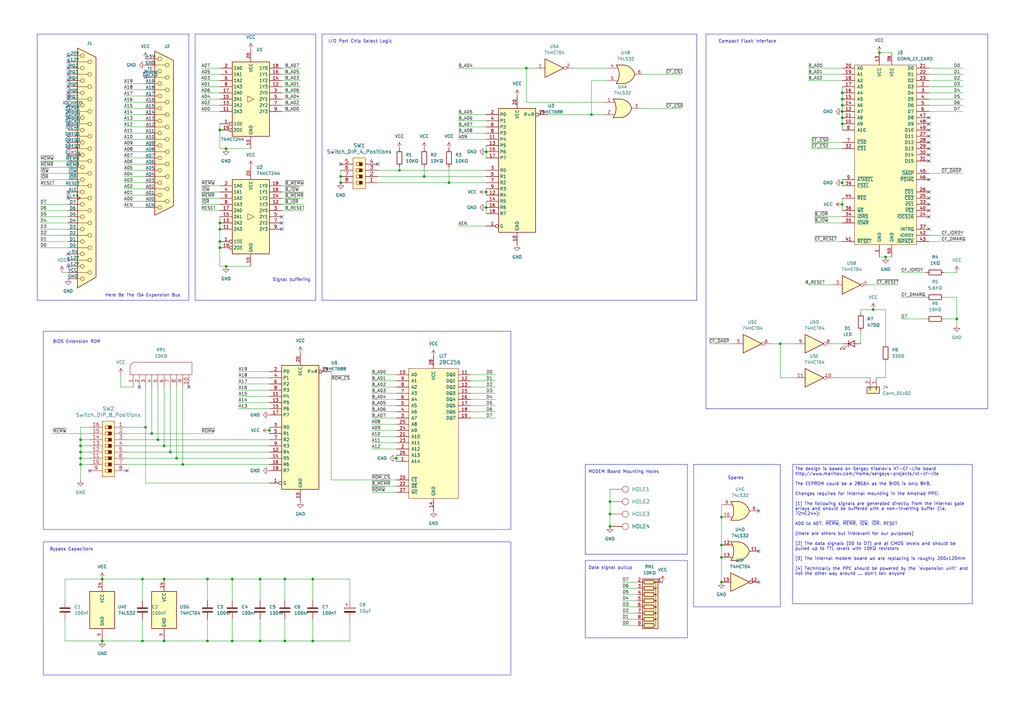
<source format=kicad_sch>
(kicad_sch (version 20230121) (generator eeschema)
  (paper "A3")
  (title_block (title "XT-CF-Lite for the Amstrad PPC") (date "2023-08-23") (rev "ALPHA") (company "Brett Hallen") (comment 1 "Drawn from scratch:") (comment 3 "http://www.malinov.com/Home/sergeys-projects/xt-cf-lite") (comment 4 "Heavily based on Sergey Kiselev's XT-CF-Lite"))
  (junction (at 41.91 262.89))
  (junction (at 345.44 50.8))
  (junction (at 90.17 91.44))
  (junction (at 106.68 262.89))
  (junction (at 116.84 262.89))
  (junction (at 128.27 262.89))
  (junction (at 33.02 190.5))
  (junction (at 92.71 60.96))
  (junction (at 345.44 48.26))
  (junction (at 67.31 237.49))
  (junction (at 345.44 43.18))
  (junction (at 92.71 109.22))
  (junction (at 184.15 74.93))
  (junction (at 139.7 72.39))
  (junction (at 358.14 127))
  (junction (at 67.31 262.89))
  (junction (at 215.9 27.94))
  (junction (at 295.91 223.52))
  (junction (at 295.91 228.6))
  (junction (at 90.17 53.34))
  (junction (at 250.19 215.9))
  (junction (at 345.44 40.64))
  (junction (at 95.25 262.89))
  (junction (at 363.22 105.41))
  (junction (at 295.91 238.76))
  (junction (at 59.69 175.26))
  (junction (at 250.19 205.74))
  (junction (at 199.39 78.74))
  (junction (at 173.99 72.39))
  (junction (at 90.17 93.98))
  (junction (at 199.39 85.09))
  (junction (at 67.31 182.88))
  (junction (at 250.19 210.82))
  (junction (at 95.25 237.49))
  (junction (at 199.39 62.23))
  (junction (at 33.02 180.34))
  (junction (at 110.49 176.53))
  (junction (at 74.93 190.5))
  (junction (at 85.09 237.49))
  (junction (at 345.44 45.72))
  (junction (at 345.44 74.93))
  (junction (at 33.02 185.42))
  (junction (at 58.42 262.89))
  (junction (at 90.17 101.6))
  (junction (at 90.17 99.06))
  (junction (at 360.68 21.59))
  (junction (at 345.44 38.1))
  (junction (at 242.57 46.99))
  (junction (at 392.43 130.81))
  (junction (at 163.83 69.85))
  (junction (at 62.23 177.8))
  (junction (at 320.04 140.97))
  (junction (at 295.91 212.09))
  (junction (at 85.09 262.89))
  (junction (at 72.39 187.96))
  (junction (at 139.7 74.93))
  (junction (at 58.42 237.49))
  (junction (at 128.27 237.49))
  (junction (at 64.77 180.34))
  (junction (at 162.56 187.96))
  (junction (at 41.91 237.49))
  (junction (at 345.44 83.82))
  (junction (at 106.68 237.49))
  (junction (at 33.02 182.88))
  (junction (at 69.85 185.42))
  (junction (at 116.84 237.49))
  (junction (at 33.02 187.96))
  (no_connect (at 381 86.36))
  (no_connect (at 27.94 43.18))
  (no_connect (at 381 78.74))
  (no_connect (at 27.94 40.64))
  (no_connect (at 27.94 81.28))
  (no_connect (at 59.69 29.21))
  (no_connect (at 154.94 67.31))
  (no_connect (at 52.07 193.04))
  (no_connect (at 115.57 88.9))
  (no_connect (at 311.15 209.55))
  (no_connect (at 381 55.88))
  (no_connect (at 27.94 50.8))
  (no_connect (at 57.15 158.75))
  (no_connect (at 27.94 104.14))
  (no_connect (at 27.94 63.5))
  (no_connect (at 381 58.42))
  (no_connect (at 381 48.26))
  (no_connect (at 311.15 226.06))
  (no_connect (at 381 66.04))
  (no_connect (at 27.94 106.68))
  (no_connect (at 311.15 238.76))
  (no_connect (at 115.57 93.98))
  (no_connect (at 27.94 45.72))
  (no_connect (at 36.83 193.04))
  (no_connect (at 27.94 48.26))
  (no_connect (at 27.94 60.96))
  (no_connect (at 381 73.66))
  (no_connect (at 27.94 22.86))
  (no_connect (at 27.94 30.48))
  (no_connect (at 381 60.96))
  (no_connect (at 59.69 31.75))
  (no_connect (at 77.47 158.75))
  (no_connect (at 381 88.9))
  (no_connect (at 27.94 33.02))
  (no_connect (at 27.94 109.22))
  (no_connect (at 27.94 39.37))
  (no_connect (at 381 93.98))
  (no_connect (at 27.94 78.74))
  (no_connect (at 381 83.82))
  (no_connect (at 27.94 55.88))
  (no_connect (at 381 53.34))
  (no_connect (at 115.57 91.44))
  (no_connect (at 27.94 35.56))
  (no_connect (at 381 50.8))
  (no_connect (at 381 63.5))
  (no_connect (at 139.7 67.31))
  (no_connect (at 27.94 58.42))
  (no_connect (at 27.94 38.1))
  (no_connect (at 27.94 27.94))
  (no_connect (at 381 81.28))
  (no_connect (at 27.94 25.4))
  (wire (pts (xy 64.77 158.75) (xy 64.77 180.34)))
  (wire (pts (xy 33.02 182.88) (xy 36.83 182.88)))
  (wire (pts (xy 152.4 181.61) (xy 162.56 181.61)))
  (wire (pts (xy 74.93 190.5) (xy 110.49 190.5)))
  (wire (pts (xy 369.57 111.76) (xy 379.73 111.76)))
  (wire (pts (xy 332.74 60.96) (xy 345.44 60.96)))
  (wire (pts (xy 381 40.64) (xy 394.97 40.64)))
  (wire (pts (xy 264.16 30.48) (xy 279.4 30.48)))
  (wire (pts (xy 115.57 43.18) (xy 123.19 43.18)))
  (wire (pts (xy 41.91 262.89) (xy 58.42 262.89)))
  (wire (pts (xy 85.09 237.49) (xy 95.25 237.49)))
  (wire (pts (xy 173.99 68.58) (xy 173.99 72.39)))
  (wire (pts (xy 369.57 121.92) (xy 379.73 121.92)))
  (wire (pts (xy 128.27 237.49) (xy 128.27 246.38)))
  (wire (pts (xy 345.44 73.66) (xy 345.44 74.93)))
  (wire (pts (xy 97.79 165.1) (xy 110.49 165.1)))
  (wire (pts (xy 255.27 238.76) (xy 261.62 238.76)))
  (wire (pts (xy 50.8 67.31) (xy 59.69 67.31)))
  (wire (pts (xy 33.02 175.26) (xy 33.02 180.34)))
  (wire (pts (xy 82.55 43.18) (xy 90.17 43.18)))
  (wire (pts (xy 215.9 27.94) (xy 219.71 27.94)))
  (wire (pts (xy 58.42 262.89) (xy 67.31 262.89)))
  (wire (pts (xy 50.8 62.23) (xy 59.69 62.23)))
  (wire (pts (xy 16.51 93.98) (xy 27.94 93.98)))
  (wire (pts (xy 139.7 72.39) (xy 139.7 74.93)))
  (wire (pts (xy 97.79 160.02) (xy 110.49 160.02)))
  (wire (pts (xy 334.01 99.06) (xy 345.44 99.06)))
  (wire (pts (xy 52.07 182.88) (xy 67.31 182.88)))
  (wire (pts (xy 360.68 21.59) (xy 365.76 21.59)))
  (wire (pts (xy 59.69 198.12) (xy 110.49 198.12)))
  (wire (pts (xy 173.99 72.39) (xy 199.39 72.39)))
  (wire (pts (xy 58.42 237.49) (xy 67.31 237.49)))
  (wire (pts (xy 82.55 33.02) (xy 90.17 33.02)))
  (wire (pts (xy 50.8 59.69) (xy 59.69 59.69)))
  (wire (pts (xy 90.17 88.9) (xy 90.17 91.44)))
  (wire (pts (xy 33.02 185.42) (xy 36.83 185.42)))
  (wire (pts (xy 341.63 140.97) (xy 345.44 140.97)))
  (wire (pts (xy 16.51 99.06) (xy 27.94 99.06)))
  (wire (pts (xy 90.17 60.96) (xy 92.71 60.96)))
  (wire (pts (xy 25.4 111.76) (xy 27.94 111.76)))
  (wire (pts (xy 242.57 33.02) (xy 248.92 33.02)))
  (wire (pts (xy 62.23 158.75) (xy 62.23 177.8)))
  (wire (pts (xy 33.02 182.88) (xy 33.02 185.42)))
  (wire (pts (xy 59.7626 52.0643) (xy 50.8 52.0643)))
  (wire (pts (xy 154.94 72.39) (xy 173.99 72.39)))
  (wire (pts (xy 162.56 186.69) (xy 162.56 187.96)))
  (wire (pts (xy 50.8 77.47) (xy 59.69 77.47)))
  (wire (pts (xy 381 33.02) (xy 394.97 33.02)))
  (wire (pts (xy 139.7 69.85) (xy 139.7 72.39)))
  (wire (pts (xy 52.07 180.34) (xy 64.77 180.34)))
  (wire (pts (xy 143.51 262.89) (xy 143.51 254)))
  (wire (pts (xy 152.4 171.45) (xy 162.56 171.45)))
  (wire (pts (xy 363.22 127) (xy 363.22 140.97)))
  (wire (pts (xy 345.44 38.1) (xy 345.44 40.64)))
  (wire (pts (xy 152.4 199.39) (xy 162.56 199.39)))
  (wire (pts (xy 69.85 185.42) (xy 110.49 185.42)))
  (wire (pts (xy 16.51 71.12) (xy 27.94 71.12)))
  (wire (pts (xy 387.35 130.81) (xy 392.43 130.81)))
  (wire (pts (xy 381 38.1) (xy 394.97 38.1)))
  (wire (pts (xy 255.27 251.46) (xy 261.62 251.46)))
  (wire (pts (xy 90.17 93.98) (xy 90.17 99.06)))
  (wire (pts (xy 255.27 248.92) (xy 261.62 248.92)))
  (wire (pts (xy 381 45.72) (xy 394.97 45.72)))
  (wire (pts (xy 152.4 166.37) (xy 162.56 166.37)))
  (wire (pts (xy 242.57 46.99) (xy 247.65 46.99)))
  (wire (pts (xy 64.77 180.34) (xy 110.49 180.34)))
  (wire (pts (xy 115.57 76.2) (xy 124.46 76.2)))
  (wire (pts (xy 97.79 167.64) (xy 110.49 167.64)))
  (wire (pts (xy 50.8 82.55) (xy 59.69 82.55)))
  (wire (pts (xy 250.19 210.82) (xy 250.19 215.9)))
  (wire (pts (xy 97.79 162.56) (xy 110.49 162.56)))
  (wire (pts (xy 85.09 262.89) (xy 95.25 262.89)))
  (wire (pts (xy 152.4 176.53) (xy 162.56 176.53)))
  (wire (pts (xy 193.04 158.75) (xy 203.2 158.75)))
  (wire (pts (xy 16.51 66.04) (xy 27.94 66.04)))
  (wire (pts (xy 72.39 187.96) (xy 110.49 187.96)))
  (wire (pts (xy 82.55 30.48) (xy 90.17 30.48)))
  (wire (pts (xy 387.35 121.92) (xy 392.43 121.92)))
  (wire (pts (xy 199.39 85.09) (xy 199.39 87.63)))
  (wire (pts (xy 33.02 190.5) (xy 33.02 196.85)))
  (wire (pts (xy 16.51 88.9) (xy 27.94 88.9)))
  (wire (pts (xy 290.83 140.97) (xy 300.99 140.97)))
  (wire (pts (xy 50.8 49.53) (xy 59.69 49.53)))
  (wire (pts (xy 67.31 237.49) (xy 85.09 237.49)))
  (wire (pts (xy 59.69 175.26) (xy 52.07 175.26)))
  (wire (pts (xy 345.44 83.82) (xy 345.44 86.36)))
  (wire (pts (xy 358.14 127) (xy 363.22 127)))
  (wire (pts (xy 50.8 57.15) (xy 59.69 57.15)))
  (wire (pts (xy 82.55 78.74) (xy 90.17 78.74)))
  (wire (pts (xy 102.87 109.22) (xy 92.71 109.22)))
  (wire (pts (xy 16.51 91.44) (xy 27.94 91.44)))
  (wire (pts (xy 326.39 140.97) (xy 320.04 140.97)))
  (wire (pts (xy 59.69 175.26) (xy 59.69 198.12)))
  (wire (pts (xy 95.25 237.49) (xy 95.25 246.38)))
  (wire (pts (xy 115.57 30.48) (xy 123.19 30.48)))
  (wire (pts (xy 115.57 33.02) (xy 123.19 33.02)))
  (wire (pts (xy 16.51 101.6) (xy 27.94 101.6)))
  (wire (pts (xy 115.57 81.28) (xy 124.46 81.28)))
  (wire (pts (xy 152.4 179.07) (xy 162.56 179.07)))
  (wire (pts (xy 381 35.56) (xy 394.97 35.56)))
  (wire (pts (xy 26.67 262.89) (xy 41.91 262.89)))
  (wire (pts (xy 115.57 86.36) (xy 124.46 86.36)))
  (wire (pts (xy 72.39 158.75) (xy 72.39 187.96)))
  (wire (pts (xy 199.39 78.74) (xy 199.39 80.01)))
  (wire (pts (xy 50.8 52.0643) (xy 50.8 52.07)))
  (wire (pts (xy 50.8 85.09) (xy 59.69 85.09)))
  (wire (pts (xy 115.57 27.94) (xy 123.19 27.94)))
  (wire (pts (xy 82.55 35.56) (xy 90.17 35.56)))
  (wire (pts (xy 21.59 177.8) (xy 36.83 177.8)))
  (wire (pts (xy 62.23 177.8) (xy 87.63 177.8)))
  (wire (pts (xy 97.79 154.94) (xy 110.49 154.94)))
  (wire (pts (xy 135.89 196.85) (xy 162.56 196.85)))
  (wire (pts (xy 199.39 59.69) (xy 199.39 62.23)))
  (wire (pts (xy 295.91 228.6) (xy 295.91 238.76)))
  (wire (pts (xy 82.55 83.82) (xy 90.17 83.82)))
  (wire (pts (xy 33.02 180.34) (xy 36.83 180.34)))
  (wire (pts (xy 187.96 57.15) (xy 199.39 57.15)))
  (wire (pts (xy 199.39 77.47) (xy 199.39 78.74)))
  (wire (pts (xy 193.04 171.45) (xy 203.2 171.45)))
  (wire (pts (xy 92.71 109.22) (xy 90.17 109.22)))
  (wire (pts (xy 115.57 40.64) (xy 123.19 40.64)))
  (wire (pts (xy 128.27 237.49) (xy 143.51 237.49)))
  (wire (pts (xy 187.96 27.94) (xy 215.9 27.94)))
  (wire (pts (xy 331.47 30.48) (xy 345.44 30.48)))
  (wire (pts (xy 90.17 53.34) (xy 90.17 60.96)))
  (wire (pts (xy 36.83 175.26) (xy 33.02 175.26)))
  (wire (pts (xy 215.9 27.94) (xy 215.9 41.91)))
  (wire (pts (xy 193.04 161.29) (xy 203.2 161.29)))
  (wire (pts (xy 193.04 153.67) (xy 203.2 153.67)))
  (wire (pts (xy 106.68 254) (xy 106.68 262.89)))
  (wire (pts (xy 224.79 46.99) (xy 242.57 46.99)))
  (wire (pts (xy 152.4 163.83) (xy 162.56 163.83)))
  (wire (pts (xy 26.67 237.49) (xy 26.67 246.38)))
  (wire (pts (xy 187.96 92.71) (xy 199.39 92.71)))
  (wire (pts (xy 110.49 175.26) (xy 110.49 176.53)))
  (wire (pts (xy 331.47 33.02) (xy 345.44 33.02)))
  (wire (pts (xy 82.55 86.36) (xy 90.17 86.36)))
  (wire (pts (xy 187.96 52.07) (xy 199.39 52.07)))
  (wire (pts (xy 16.51 73.66) (xy 27.94 73.66)))
  (wire (pts (xy 363.22 154.94) (xy 359.41 154.94)))
  (wire (pts (xy 90.17 91.44) (xy 90.17 93.98)))
  (wire (pts (xy 116.84 262.89) (xy 128.27 262.89)))
  (wire (pts (xy 152.4 153.67) (xy 162.56 153.67)))
  (wire (pts (xy 41.91 237.49) (xy 58.42 237.49)))
  (wire (pts (xy 95.25 262.89) (xy 106.68 262.89)))
  (wire (pts (xy 59.69 158.75) (xy 59.69 175.26)))
  (wire (pts (xy 82.55 81.28) (xy 90.17 81.28)))
  (wire (pts (xy 162.56 187.96) (xy 162.56 189.23)))
  (wire (pts (xy 50.8 69.85) (xy 59.69 69.85)))
  (wire (pts (xy 92.71 60.96) (xy 102.87 60.96)))
  (wire (pts (xy 363.22 105.41) (xy 365.76 105.41)))
  (wire (pts (xy 115.57 35.56) (xy 123.19 35.56)))
  (wire (pts (xy 326.39 154.94) (xy 320.04 154.94)))
  (wire (pts (xy 360.68 105.41) (xy 363.22 105.41)))
  (wire (pts (xy 50.8 72.39) (xy 59.69 72.39)))
  (wire (pts (xy 255.27 243.84) (xy 261.62 243.84)))
  (wire (pts (xy 152.4 161.29) (xy 162.56 161.29)))
  (wire (pts (xy 381 99.06) (xy 394.97 99.06)))
  (wire (pts (xy 250.19 200.66) (xy 250.19 205.74)))
  (wire (pts (xy 85.09 254) (xy 85.09 262.89)))
  (wire (pts (xy 67.31 158.75) (xy 67.31 182.88)))
  (wire (pts (xy 363.22 148.59) (xy 363.22 154.94)))
  (wire (pts (xy 95.25 254) (xy 95.25 262.89)))
  (wire (pts (xy 116.84 254) (xy 116.84 262.89)))
  (wire (pts (xy 33.02 180.34) (xy 33.02 182.88)))
  (wire (pts (xy 353.06 128.27) (xy 353.06 127)))
  (wire (pts (xy 353.06 140.97) (xy 353.06 135.89)))
  (wire (pts (xy 345.44 43.18) (xy 345.44 45.72)))
  (wire (pts (xy 58.42 237.49) (xy 58.42 246.38)))
  (wire (pts (xy 128.27 254) (xy 128.27 262.89)))
  (wire (pts (xy 52.07 177.8) (xy 62.23 177.8)))
  (wire (pts (xy 116.84 237.49) (xy 128.27 237.49)))
  (wire (pts (xy 50.8 41.91) (xy 59.69 41.91)))
  (wire (pts (xy 106.68 262.89) (xy 116.84 262.89)))
  (wire (pts (xy 16.51 86.36) (xy 27.94 86.36)))
  (wire (pts (xy 16.51 96.52) (xy 27.94 96.52)))
  (wire (pts (xy 234.95 27.94) (xy 248.92 27.94)))
  (wire (pts (xy 50.8 74.93) (xy 59.69 74.93)))
  (wire (pts (xy 247.65 41.91) (xy 215.9 41.91)))
  (wire (pts (xy 345.44 40.64) (xy 345.44 43.18)))
  (wire (pts (xy 334.01 88.9) (xy 345.44 88.9)))
  (wire (pts (xy 50.8 44.45) (xy 59.69 44.45)))
  (wire (pts (xy 97.79 157.48) (xy 110.49 157.48)))
  (wire (pts (xy 50.8 39.37) (xy 59.69 39.37)))
  (wire (pts (xy 356.87 116.84) (xy 368.3 116.84)))
  (wire (pts (xy 82.55 45.72) (xy 90.17 45.72)))
  (wire (pts (xy 115.57 45.72) (xy 123.19 45.72)))
  (wire (pts (xy 332.74 58.42) (xy 345.44 58.42)))
  (wire (pts (xy 199.39 62.23) (xy 199.39 64.77)))
  (wire (pts (xy 193.04 166.37) (xy 203.2 166.37)))
  (wire (pts (xy 67.31 262.89) (xy 85.09 262.89)))
  (wire (pts (xy 33.02 187.96) (xy 33.02 190.5)))
  (wire (pts (xy 255.27 256.54) (xy 261.62 256.54)))
  (wire (pts (xy 95.25 237.49) (xy 106.68 237.49)))
  (wire (pts (xy 116.84 237.49) (xy 116.84 246.38)))
  (wire (pts (xy 16.51 76.2) (xy 27.94 76.2)))
  (wire (pts (xy 381 30.48) (xy 394.97 30.48)))
  (wire (pts (xy 50.8 64.77) (xy 59.69 64.77)))
  (wire (pts (xy 345.44 74.93) (xy 345.44 76.2)))
  (wire (pts (xy 320.04 140.97) (xy 316.23 140.97)))
  (wire (pts (xy 334.01 91.44) (xy 345.44 91.44)))
  (wire (pts (xy 320.04 154.94) (xy 320.04 140.97)))
  (wire (pts (xy 187.96 54.61) (xy 199.39 54.61)))
  (wire (pts (xy 74.93 158.75) (xy 74.93 190.5)))
  (wire (pts (xy 67.31 182.88) (xy 110.49 182.88)))
  (wire (pts (xy 128.27 262.89) (xy 143.51 262.89)))
  (wire (pts (xy 33.02 187.96) (xy 36.83 187.96)))
  (wire (pts (xy 163.83 69.85) (xy 199.39 69.85)))
  (wire (pts (xy 58.42 254) (xy 58.42 262.89)))
  (wire (pts (xy 106.68 237.49) (xy 106.68 246.38)))
  (wire (pts (xy 69.85 158.75) (xy 69.85 185.42)))
  (wire (pts (xy 345.44 81.28) (xy 345.44 83.82)))
  (wire (pts (xy 152.4 201.93) (xy 162.56 201.93)))
  (wire (pts (xy 199.39 82.55) (xy 199.39 85.09)))
  (wire (pts (xy 52.07 190.5) (xy 74.93 190.5)))
  (wire (pts (xy 50.8 80.01) (xy 59.69 80.01)))
  (wire (pts (xy 97.79 152.4) (xy 110.49 152.4)))
  (wire (pts (xy 154.94 74.93) (xy 184.15 74.93)))
  (wire (pts (xy 295.91 207.01) (xy 295.91 212.09)))
  (wire (pts (xy 82.55 27.94) (xy 90.17 27.94)))
  (wire (pts (xy 381 27.94) (xy 394.97 27.94)))
  (wire (pts (xy 152.4 158.75) (xy 162.56 158.75)))
  (wire (pts (xy 16.51 68.58) (xy 27.94 68.58)))
  (wire (pts (xy 115.57 38.1) (xy 123.19 38.1)))
  (wire (pts (xy 41.91 237.49) (xy 26.67 237.49)))
  (wire (pts (xy 353.06 127) (xy 358.14 127)))
  (wire (pts (xy 152.4 184.15) (xy 162.56 184.15)))
  (wire (pts (xy 26.67 254) (xy 26.67 262.89)))
  (wire (pts (xy 54.61 158.75) (xy 49.53 158.75)))
  (wire (pts (xy 82.55 76.2) (xy 90.17 76.2)))
  (wire (pts (xy 381 71.12) (xy 394.97 71.12)))
  (wire (pts (xy 345.44 50.8) (xy 345.44 53.34)))
  (wire (pts (xy 163.83 68.58) (xy 163.83 69.85)))
  (wire (pts (xy 187.96 49.53) (xy 199.39 49.53)))
  (wire (pts (xy 356.87 154.94) (xy 341.63 154.94)))
  (wire (pts (xy 392.43 121.92) (xy 392.43 130.81)))
  (wire (pts (xy 392.43 130.81) (xy 392.43 133.35)))
  (wire (pts (xy 242.57 46.99) (xy 242.57 33.02)))
  (wire (pts (xy 85.09 237.49) (xy 85.09 246.38)))
  (wire (pts (xy 135.89 152.4) (xy 135.89 196.85)))
  (wire (pts (xy 381 96.52) (xy 394.97 96.52)))
  (wire (pts (xy 16.51 83.82) (xy 27.94 83.82)))
  (wire (pts (xy 33.02 185.42) (xy 33.02 187.96)))
  (wire (pts (xy 345.44 48.26) (xy 345.44 50.8)))
  (wire (pts (xy 345.44 35.56) (xy 345.44 38.1)))
  (wire (pts (xy 90.17 101.6) (xy 90.17 109.22)))
  (wire (pts (xy 331.47 116.84) (xy 341.63 116.84)))
  (wire (pts (xy 50.8 46.99) (xy 59.69 46.99)))
  (wire (pts (xy 143.51 237.49) (xy 143.51 246.38)))
  (wire (pts (xy 255.27 254) (xy 261.62 254)))
  (wire (pts (xy 152.4 156.21) (xy 162.56 156.21)))
  (wire (pts (xy 295.91 223.52) (xy 295.91 228.6)))
  (wire (pts (xy 193.04 163.83) (xy 203.2 163.83)))
  (wire (pts (xy 90.17 50.8) (xy 90.17 53.34)))
  (wire (pts (xy 255.27 241.3) (xy 261.62 241.3)))
  (wire (pts (xy 49.53 153.67) (xy 49.53 158.75)))
  (wire (pts (xy 52.07 187.96) (xy 72.39 187.96)))
  (wire (pts (xy 381 43.18) (xy 394.97 43.18)))
  (wire (pts (xy 82.55 38.1) (xy 90.17 38.1)))
  (wire (pts (xy 193.04 168.91) (xy 203.2 168.91)))
  (wire (pts (xy 369.57 130.81) (xy 379.73 130.81)))
  (wire (pts (xy 52.07 185.42) (xy 69.85 185.42)))
  (wire (pts (xy 33.02 190.5) (xy 36.83 190.5)))
  (wire (pts (xy 295.91 212.09) (xy 295.91 223.52)))
  (wire (pts (xy 90.17 99.06) (xy 90.17 101.6)))
  (wire (pts (xy 187.96 46.99) (xy 199.39 46.99)))
  (wire (pts (xy 193.04 156.21) (xy 203.2 156.21)))
  (wire (pts (xy 184.15 74.93) (xy 199.39 74.93)))
  (wire (pts (xy 50.8 36.83) (xy 59.69 36.83)))
  (wire (pts (xy 106.68 237.49) (xy 116.84 237.49)))
  (wire (pts (xy 50.8 54.61) (xy 59.69 54.61)))
  (wire (pts (xy 152.4 168.91) (xy 162.56 168.91)))
  (wire (pts (xy 82.55 40.64) (xy 90.17 40.64)))
  (wire (pts (xy 115.57 78.74) (xy 124.46 78.74)))
  (wire (pts (xy 262.89 44.45) (xy 279.4 44.45)))
  (wire (pts (xy 255.27 246.38) (xy 261.62 246.38)))
  (wire (pts (xy 387.35 111.76) (xy 392.43 111.76)))
  (wire (pts (xy 250.19 205.74) (xy 250.19 210.82)))
  (wire (pts (xy 154.94 69.85) (xy 163.83 69.85)))
  (wire (pts (xy 115.57 83.82) (xy 124.46 83.82)))
  (wire (pts (xy 152.4 173.99) (xy 162.56 173.99)))
  (wire (pts (xy 110.49 176.53) (xy 110.49 177.8)))
  (wire (pts (xy 50.8 34.29) (xy 59.69 34.29)))
  (wire (pts (xy 331.47 27.94) (xy 345.44 27.94)))
  (wire (pts (xy 184.15 68.58) (xy 184.15 74.93)))
  (wire (pts (xy 345.44 45.72) (xy 345.44 48.26)))
  (rectangle (start 132.08 13.97) (end 285.75 123.19))
  (rectangle (start 240.03 229.87) (end 281.94 261.62))
  (rectangle (start 15.24 13.97) (end 77.47 123.19))
  (rectangle (start 240.03 190.5) (end 281.94 227.33))
  (rectangle (start 289.56 13.97) (end 405.13 167.64))
  (rectangle (start 17.78 222.25) (end 209.55 276.86))
  (rectangle (start 284.48 190.5) (end 320.04 248.92))
  (rectangle (start 80.01 13.97) (end 129.54 123.19))
  (rectangle (start 17.78 135.89) (end 209.55 217.17))
  (text_box "The design is based on Sergey Kiselev's XT-CF-Lite board\nhttp://www.malinov.com/Home/sergeys-projects/xt-cf-lite\n\nThe EEPROM could be a 28C64 as the BIOS is only 8KB.\n\nChanges requires for internal mounting in the Amstrad PPC:\n\n[1] The following signals are generated directly from the internal gate arrays and should be buffered with a non-inverting buffer (i.e. 72HC244):\n\nA00 to A07, ~{MEMW}, ~{MEMR}, ~{IOW}, ~{IOR}, RESET\n\n(there are others but irrelevant for our purposes)\n\n[2] The data signals (D0 to D7) are at CMOS levels and should be pulled up to TTL levels with 10KΩ resistors\n\n[3] The internal modem board we are replacing is roughly 200x120mm\n\n[4] Technically the PPC should be powered by the \"expansion unit\" and not the other way around ... don't tell anyone" (at 325.12 190.5 0) (size 73.66 57.15) (effects (font (size 1.27 1.27)) (justify left top)))
  (text "Signal buffering" (at 111.76 115.57 0) (effects (font (size 1.27 1.27)) (justify left bottom)))
  (text "Spares" (at 298.45 196.85 0) (effects (font (size 1.27 1.27)) (justify left bottom)))
  (text "Compact Flash Interface" (at 294.64 17.78 0) (effects (font (size 1.27 1.27)) (justify left bottom)))
  (text "I/O Port Chip Select Logic" (at 134.62 17.78 0) (effects (font (size 1.27 1.27)) (justify left bottom)))
  (text "BIOS Extension ROM" (at 21.59 140.97 0) (effects (font (size 1.27 1.27)) (justify left bottom)))
  (text "Data signal pullup" (at 241.3 233.68 0) (effects (font (size 1.27 1.27)) (justify left bottom)))
  (text "MODEM Board Mounting Holes" (at 241.3 194.31 0) (effects (font (size 1.27 1.27)) (justify left bottom)))
  (text "Here Be The ISA Expansion Bus" (at 43.18 121.92 0) (effects (font (size 1.27 1.27)) (justify left bottom)))
  (text "Bypass Capacitors" (at 20.32 226.06 0) (effects (font (size 1.27 1.27)) (justify left bottom)))
  (label "A15" (at 50.8 44.45 0))
  (label "A13" (at 50.8 49.53 0))
  (label "~{B_MEMR}" (at 152.4 199.39 0))
  (label "A17" (at 97.79 157.48 0))
  (label "A19" (at 50.8 34.29 0))
  (label "B_A07" (at 187.96 52.07 0))
  (label "D5" (at 16.51 88.9 0))
  (label "A08" (at 50.8 62.23 0))
  (label "A05" (at 82.55 30.48 0))
  (label "D5" (at 391.16 40.64 0))
  (label "~{MEMR}" (at 16.51 68.58 0))
  (label "A12" (at 50.8 52.07 0))
  (label "B_A06" (at 187.96 49.53 0))
  (label "D0" (at 391.16 27.94 0))
  (label "~{B_IOR}" (at 334.01 88.9 0))
  (label "B_A01" (at 116.84 35.56 0))
  (label "~{CF_DASP}" (at 290.83 140.97 0))
  (label "B_A02" (at 331.47 33.02 0))
  (label "B_A06" (at 152.4 168.91 0))
  (label "A00" (at 82.55 45.72 0))
  (label "~{IOW}" (at 82.55 78.74 0))
  (label "~{CF_CS1}" (at 332.74 60.96 0))
  (label "D6" (at 16.51 86.36 0))
  (label "D7" (at 391.16 45.72 0))
  (label "A18" (at 97.79 154.94 0))
  (label "~{CF_RESET}" (at 334.01 99.06 0))
  (label "B_A04" (at 116.84 40.64 0))
  (label "A10" (at 152.4 179.07 0))
  (label "B_A00" (at 152.4 153.67 0))
  (label "D2" (at 16.51 96.52 0))
  (label "CF_IORDY" (at 386.08 96.52 0))
  (label "A08" (at 152.4 173.99 0))
  (label "B_A01" (at 331.47 30.48 0))
  (label "CF_DMARQ" (at 386.08 99.06 0))
  (label "~{B_IOW}" (at 334.01 91.44 0))
  (label "B_A05" (at 152.4 166.37 0))
  (label "D2" (at 199.39 158.75 0))
  (label "A10" (at 50.8 57.15 0))
  (label "RESET" (at 82.55 86.36 0))
  (label "D7" (at 199.39 171.45 0))
  (label "A16" (at 97.79 160.02 0))
  (label "AEN" (at 187.96 92.71 0))
  (label "~{ROM_CS}" (at 135.89 156.21 0))
  (label "CF_DMARQ" (at 369.57 121.92 0))
  (label "D4" (at 199.39 163.83 0))
  (label "B_A01" (at 152.4 156.21 0))
  (label "A01" (at 50.8 80.01 0))
  (label "A02" (at 50.8 77.47 0))
  (label "D7" (at 369.57 130.81 0))
  (label "A14" (at 50.8 46.99 0))
  (label "A04" (at 82.55 40.64 0))
  (label "B_A07" (at 152.4 171.45 0))
  (label "D0" (at 255.27 256.54 0))
  (label "~{CF_CS1}" (at 273.05 30.48 0))
  (label "B_A00" (at 331.47 27.94 0))
  (label "D6" (at 255.27 241.3 0))
  (label "D1" (at 199.39 156.21 0))
  (label "~{ROMW}" (at 152.4 201.93 0))
  (label "D2" (at 255.27 251.46 0))
  (label "~{CF_RESET}" (at 359.41 116.84 0))
  (label "B_A02" (at 152.4 158.75 0))
  (label "B_A05" (at 116.84 30.48 0))
  (label "~{MEMR}" (at 82.55 81.28 0))
  (label "A16" (at 50.8 41.91 0))
  (label "D3" (at 199.39 161.29 0))
  (label "B_A08" (at 187.96 54.61 0))
  (label "D4" (at 391.16 38.1 0))
  (label "A09" (at 187.96 57.15 0))
  (label "D3" (at 391.16 35.56 0))
  (label "A11" (at 152.4 181.61 0))
  (label "A19" (at 97.79 152.4 0))
  (label "A07" (at 82.55 27.94 0))
  (label "~{IOR}" (at 16.51 73.66 0))
  (label "A09" (at 152.4 176.53 0))
  (label "D4" (at 16.51 91.44 0))
  (label "A14" (at 97.79 165.1 0))
  (label "A03" (at 50.8 74.93 0))
  (label "A02" (at 82.55 43.18 0))
  (label "D0" (at 16.51 101.6 0))
  (label "B_A04" (at 187.96 27.94 0))
  (label "~{B_MEMW}" (at 116.84 76.2 0))
  (label "A15" (at 97.79 162.56 0))
  (label "B_RESET" (at 330.2 116.84 0))
  (label "D3" (at 16.51 93.98 0))
  (label "A13" (at 97.79 167.64 0))
  (label "B_A03" (at 152.4 161.29 0))
  (label "A07" (at 50.8 64.77 0))
  (label "A05" (at 50.8 69.85 0))
  (label "~{ROM_CS}" (at 152.4 196.85 0))
  (label "D4" (at 255.27 246.38 0))
  (label "D1" (at 16.51 99.06 0))
  (label "D6" (at 391.16 43.18 0))
  (label "D3" (at 255.27 248.92 0))
  (label "~{B_IOW}" (at 116.84 78.74 0))
  (label "B_A02" (at 116.84 43.18 0))
  (label "A11" (at 50.8 54.61 0))
  (label "D0" (at 199.39 153.67 0))
  (label "A04" (at 50.8 72.39 0))
  (label "RESET" (at 16.51 76.2 0))
  (label "D5" (at 255.27 243.84 0))
  (label "~{IOW}" (at 16.51 71.12 0))
  (label "A12" (at 152.4 184.15 0))
  (label "~{B_IOR}" (at 116.84 83.82 0))
  (label "D1" (at 255.27 254 0))
  (label "~{MEMW}" (at 16.51 66.04 0))
  (label "D2" (at 391.16 33.02 0))
  (label "~{CF_CS0}" (at 273.05 44.45 0))
  (label "B_A04" (at 152.4 163.83 0))
  (label "~{IOR}" (at 82.55 83.82 0))
  (label "B_A03" (at 116.84 33.02 0))
  (label "~{B_MEMR}" (at 116.84 81.28 0))
  (label "A01" (at 82.55 35.56 0))
  (label "AEN" (at 50.8 85.09 0))
  (label "A17" (at 50.8 39.37 0))
  (label "A18" (at 50.8 36.83 0))
  (label "D1" (at 391.16 30.48 0))
  (label "~{MEMW}" (at 21.59 177.8 0))
  (label "D5" (at 199.39 166.37 0))
  (label "~{ROMW}" (at 82.55 177.8 0))
  (label "D7" (at 16.51 83.82 0))
  (label "B_RESET" (at 116.84 86.36 0))
  (label "B_A05" (at 187.96 46.99 0))
  (label "~{CF_DASP}" (at 386.08 71.12 0))
  (label "A03" (at 82.55 33.02 0))
  (label "A09" (at 50.8 59.69 0))
  (label "A06" (at 50.8 67.31 0))
  (label "CF_IORDY" (at 369.57 111.76 0))
  (label "B_A06" (at 116.84 38.1 0))
  (label "~{MEMW}" (at 82.55 76.2 0))
  (label "A00" (at 50.8 82.55 0))
  (label "B_A00" (at 116.84 45.72 0))
  (label "B_A07" (at 116.84 27.94 0))
  (label "~{CF_CS0}" (at 332.74 58.42 0))
  (label "D6" (at 199.39 168.91 0))
  (label "D7" (at 255.27 238.76 0))
  (label "A06" (at 82.55 38.1 0))
  (symbol (lib_id "power:GND") (at 92.71 60.96 0) (unit 1)
    (property "Reference" "#PWR09" (effects hide))
    (property "Value" "GND" (at 92.71 66.04 0))
  )
  (symbol (lib_id "Device:C") (at 128.27 250.19 0) (unit 1)
    (property "Reference" "C7" (at 132.08 248.92 0) (effects (justify left)))
    (property "Value" "100nF" (at 132.08 251.46 0) (effects (justify left)))
    (property "Footprint" "Capacitor_THT:C_Disc_D4.7mm_W2.5mm_P5.00mm" (effects hide))
  )
  (symbol (lib_id "power:GND") (at 123.19 205.74 0) (unit 1)
    (property "Reference" "#PWR036" (effects hide))
    (property "Value" "GND" (at 123.19 210.82 0))
  )
  (symbol (lib_id "my_components:CONN_CF_CARD") (at 363.22 63.5 0) (unit 1)
    (property "Reference" "J3" (at 367.9541 21.59 0) (effects (justify left)))
    (property "Value" "CONN_CF_CARD" (at 367.9541 24.13 0) (effects (justify left)))
    (property "Footprint" "My_Components:Conn_CF_N7E50-Q516XX-40" (effects hide))
  )
  (symbol (lib_id "my_components:HOLE") (at 256.54 215.9 0) (unit 1)
    (property "Reference" "HOLE4" (at 259.08 215.9 0) (effects (font (size 1.524 1.524)) (justify left)))
    (property "Value" "HOLE" (effects hide))
    (property "Footprint" "My_Components:Hole_3mm" (effects hide))
  )
  (symbol (lib_id "power:VCC") (at 110.49 176.53 90) (unit 1)
    (property "Reference" "#PWR033" (effects hide))
    (property "Value" "VCC" (at 106.68 176.53 90) (effects (justify left)))
  )
  (symbol (lib_id "power:VCC") (at 163.83 60.96 0) (unit 1)
    (property "Reference" "#PWR013" (effects hide))
    (property "Value" "VCC" (at 163.83 55.88 0))
  )
  (symbol (lib_id "Device:C") (at 106.68 250.19 0) (unit 1)
    (property "Reference" "C5" (at 110.49 248.92 0) (effects (justify left)))
    (property "Value" "100nF" (at 110.49 251.46 0) (effects (justify left)))
    (property "Footprint" "Capacitor_THT:C_Disc_D4.7mm_W2.5mm_P5.00mm" (effects hide))
  )
  (symbol (lib_id "power:GND") (at 177.8 209.55 0) (unit 1)
    (property "Reference" "#PWR031" (effects hide))
    (property "Value" "GND" (at 177.8 214.63 0))
  )
  (symbol (lib_id "my_components:RR9") (at 66.04 151.13 90) (unit 1)
    (property "Reference" "RR1" (at 66.04 143.51 90))
    (property "Value" "10KΩ" (at 66.04 146.05 90))
    (property "Footprint" "Resistor_THT:R_Array_SIP10" (effects hide))
  )
  (symbol (lib_id "power:VCC") (at 173.99 60.96 0) (unit 1)
    (property "Reference" "#PWR015" (effects hide))
    (property "Value" "VCC" (at 173.99 55.88 0))
  )
  (symbol (lib_id "power:GND") (at 139.7 74.93 0) (unit 1)
    (property "Reference" "#PWR010" (effects hide))
    (property "Value" "GND" (at 139.7 80.01 0))
  )
  (symbol (lib_id "Device:R") (at 353.06 132.08 0) (unit 1)
    (property "Reference" "R7" (at 355.6 130.81 0) (effects (justify left)))
    (property "Value" "470Ω" (at 355.6 133.35 0) (effects (justify left)))
    (property "Footprint" "Resistor_THT:R_Axial_DIN0207_L6.3mm_D2.5mm_P2.54mm_Vertical" (effects hide))
  )
  (symbol (lib_id "power:VCC") (at 212.09 39.37 0) (unit 1)
    (property "Reference" "#PWR018" (effects hide))
    (property "Value" "VCC" (at 212.09 34.29 0))
  )
  (symbol (lib_id "power:VCC") (at 358.14 127 0) (unit 1)
    (property "Reference" "#PWR026" (effects hide))
    (property "Value" "VCC" (at 358.14 121.92 0))
  )
  (symbol (lib_id "74xx:74HCT244") (at 102.87 88.9 0) (unit 1)
    (property "Reference" "U2" (at 105.0641 68.58 0) (effects (justify left)))
    (property "Value" "74HCT244" (at 105.0641 71.12 0) (effects (justify left)))
    (property "Footprint" "Package_DIP:DIP-20_W7.62mm" (effects hide))
    (property "Datasheet" "https://assets.nexperia.com/documents/data-sheet/74HC_HCT244.pdf" (effects hide))
  )
  (symbol (lib_id "74xx:74HCT04") (at 67.31 250.19 0) (unit 7)
    (property "Reference" "U5" (at 73.66 248.92 0) (effects (justify left)))
    (property "Value" "74HCT04" (at 73.66 251.46 0) (effects (justify left)))
    (property "Footprint" "Package_DIP:DIP-14_W7.62mm" (effects hide))
    (property "Datasheet" "https://assets.nexperia.com/documents/data-sheet/74HC_HCT04.pdf" (effects hide))
  )
  (symbol (lib_id "power:GND") (at 345.44 45.72 270) (unit 1)
    (property "Reference" "#PWR022" (effects hide))
    (property "Value" "GND" (at 341.63 45.72 90) (effects (justify right)))
  )
  (symbol (lib_id "power:GND") (at 92.71 109.22 0) (unit 1)
    (property "Reference" "#PWR08" (effects hide))
    (property "Value" "GND" (at 92.71 114.3 0))
  )
  (symbol (lib_id "Device:R") (at 383.54 111.76 270) (unit 1)
    (property "Reference" "R4" (at 383.54 105.41 90))
    (property "Value" "1KΩ" (at 383.54 107.95 90))
    (property "Footprint" "Resistor_THT:R_Axial_DIN0207_L6.3mm_D2.5mm_P2.54mm_Vertical" (effects hide))
  )
  (symbol (lib_id "Device:R_Network08") (at 266.7 248.92 270) (unit 1)
    (property "Reference" "RN1" (at 266.446 232.41 90))
    (property "Value" "10KΩ" (at 266.446 234.95 90))
    (property "Footprint" "Resistor_THT:R_Array_SIP9" (effects hide))
    (property "Datasheet" "http://www.vishay.com/docs/31509/csc.pdf" (effects hide))
  )
  (symbol (lib_id "Device:R") (at 184.15 64.77 0) (unit 1)
    (property "Reference" "R3" (at 186.69 63.5 0) (effects (justify left)))
    (property "Value" "10KΩ" (at 186.69 66.04 0) (effects (justify left)))
    (property "Footprint" "Resistor_THT:R_Axial_DIN0207_L6.3mm_D2.5mm_P2.54mm_Vertical" (effects hide))
  )
  (symbol (lib_id "Device:C") (at 116.84 250.19 0) (unit 1)
    (property "Reference" "C6" (at 120.65 248.92 0) (effects (justify left)))
    (property "Value" "100nF" (at 120.65 251.46 0) (effects (justify left)))
    (property "Footprint" "Capacitor_THT:C_Disc_D4.7mm_W2.5mm_P5.00mm" (effects hide))
  )
  (symbol (lib_id "74xx:74HCT688") (at 123.19 175.26 0) (unit 1)
    (property "Reference" "U6" (at 137.16 148.7521 0))
    (property "Value" "74HCT688" (at 137.16 151.2921 0))
    (property "Footprint" "Package_DIP:DIP-20_W7.62mm" (effects hide))
    (property "Datasheet" "https://www.ti.com/lit/ds/symlink/cd54hc688.pdf" (effects hide))
  )
  (symbol (lib_id "74xx:74LS32") (at 303.53 209.55 0) (unit 3)
    (property "Reference" "U4" (at 303.53 200.66 0))
    (property "Value" "74LS32" (at 303.53 203.2 0))
    (property "Footprint" "Package_DIP:DIP-14_W7.62mm" (effects hide))
    (property "Datasheet" "http://www.ti.com/lit/gpn/sn74LS32" (effects hide))
  )
  (symbol (lib_id "power:GND") (at 363.22 105.41 0) (unit 1)
    (property "Reference" "#PWR020" (effects hide))
    (property "Value" "GND" (at 363.22 110.49 0))
  )
  (symbol (lib_id "74xx:74LS32") (at 255.27 44.45 0) (unit 1)
    (property "Reference" "U4" (at 255.27 35.56 0))
    (property "Value" "74LS32" (at 255.27 38.1 0))
    (property "Footprint" "Package_DIP:DIP-14_W7.62mm" (effects hide))
    (property "Datasheet" "http://www.ti.com/lit/gpn/sn74LS32" (effects hide))
  )
  (symbol (lib_id "Device:C_Polarized") (at 143.51 250.19 0) (unit 1)
    (property "Reference" "C8" (at 147.32 248.031 0) (effects (justify left)))
    (property "Value" "10µF" (at 147.32 250.571 0) (effects (justify left)))
    (property "Footprint" "Capacitor_THT:C_Radial_D4.0mm_H5.0mm_P1.50mm" (effects hide))
  )
  (symbol (lib_id "power:GND") (at 59.69 26.67 270) (unit 1)
    (property "Reference" "#PWR03" (effects hide))
    (property "Value" "GND" (at 55.88 26.67 90) (effects (justify right)))
  )
  (symbol (lib_id "power:VCC") (at 102.87 68.58 0) (unit 1)
    (property "Reference" "#PWR07" (effects hide))
    (property "Value" "VCC" (at 102.87 63.5 0))
  )
  (symbol (lib_id "my_components:HOLE") (at 256.54 205.74 0) (unit 1)
    (property "Reference" "HOLE2" (at 259.08 205.74 0) (effects (font (size 1.524 1.524)) (justify left)))
    (property "Value" "HOLE" (effects hide))
    (property "Footprint" "My_Components:Hole_3mm" (effects hide))
  )
  (symbol (lib_id "Device:C") (at 85.09 250.19 0) (unit 1)
    (property "Reference" "C3" (at 88.9 248.92 0) (effects (justify left)))
    (property "Value" "100nF" (at 88.9 251.46 0) (effects (justify left)))
    (property "Footprint" "Capacitor_THT:C_Disc_D4.7mm_W2.5mm_P5.00mm" (effects hide))
  )
  (symbol (lib_id "power:VCC") (at 177.8 146.05 0) (unit 1)
    (property "Reference" "#PWR035" (effects hide))
    (property "Value" "VCC" (at 177.8 140.97 0))
  )
  (symbol (lib_id "power:VCC") (at 25.4 111.76 0) (unit 1)
    (property "Reference" "#PWR04" (effects hide))
    (property "Value" "VCC" (at 25.4 106.68 0))
  )
  (symbol (lib_id "74xx:74HCT244") (at 102.87 40.64 0) (unit 1)
    (property "Reference" "U1" (at 105.0641 20.32 0) (effects (justify left)))
    (property "Value" "74HCT244" (at 95.25 57.15 0))
    (property "Footprint" "Package_DIP:DIP-20_W7.62mm" (effects hide))
    (property "Datasheet" "https://assets.nexperia.com/documents/data-sheet/74HC_HCT244.pdf" (effects hide))
  )
  (symbol (lib_id "Device:LED") (at 349.25 140.97 0) (unit 1)
    (property "Reference" "D1" (at 347.6625 134.62 0))
    (property "Value" "LED" (at 347.6625 137.16 0))
    (property "Footprint" "My_Components:LED_5mm" (effects hide))
  )
  (symbol (lib_id "74xx:74LS32") (at 303.53 226.06 0) (unit 4)
    (property "Reference" "U4" (at 303.53 217.17 0))
    (property "Value" "74LS32" (at 303.53 219.71 0))
    (property "Footprint" "Package_DIP:DIP-14_W7.62mm" (effects hide))
    (property "Datasheet" "http://www.ti.com/lit/gpn/sn74LS32" (effects hide))
  )
  (symbol (lib_id "my_components:HOLE") (at 256.54 200.66 0) (unit 1)
    (property "Reference" "HOLE1" (at 259.08 200.66 0) (effects (font (size 1.524 1.524)) (justify left)))
    (property "Value" "HOLE" (effects hide))
    (property "Footprint" "My_Components:Hole_3mm" (effects hide))
  )
  (symbol (lib_id "power:GND") (at 392.43 133.35 0) (unit 1)
    (property "Reference" "#PWR024" (effects hide))
    (property "Value" "GND" (at 392.43 138.43 0))
  )
  (symbol (lib_id "power:GND") (at 199.39 62.23 270) (unit 1)
    (property "Reference" "#PWR016" (effects hide))
    (property "Value" "GND" (at 195.58 62.23 90) (effects (justify right)))
  )
  (symbol (lib_id "74xx:74HCT04") (at 308.61 140.97 0) (unit 3)
    (property "Reference" "U5" (at 308.61 132.08 0))
    (property "Value" "74HCT04" (at 308.61 134.62 0))
    (property "Footprint" "Package_DIP:DIP-14_W7.62mm" (effects hide))
    (property "Datasheet" "https://assets.nexperia.com/documents/data-sheet/74HC_HCT04.pdf" (effects hide))
  )
  (symbol (lib_id "power:VCC") (at 102.87 20.32 0) (unit 1)
    (property "Reference" "#PWR06" (effects hide))
    (property "Value" "VCC" (at 102.87 15.24 0))
  )
  (symbol (lib_id "power:GND") (at 41.91 262.89 0) (unit 1)
    (property "Reference" "#PWR028" (effects hide))
    (property "Value" "GND" (at 41.91 267.97 0))
  )
  (symbol (lib_id "Device:C") (at 26.67 250.19 0) (unit 1)
    (property "Reference" "C1" (at 30.48 248.92 0) (effects (justify left)))
    (property "Value" "100nF" (at 30.48 251.46 0) (effects (justify left)))
    (property "Footprint" "Capacitor_THT:C_Disc_D4.7mm_W2.5mm_P5.00mm" (effects hide))
  )
  (symbol (lib_id "74xx:74HCT04") (at 334.01 140.97 0) (unit 4)
    (property "Reference" "U5" (at 334.01 132.08 0))
    (property "Value" "74HCT04" (at 334.01 134.62 0))
    (property "Footprint" "Package_DIP:DIP-14_W7.62mm" (effects hide))
    (property "Datasheet" "https://assets.nexperia.com/documents/data-sheet/74HC_HCT04.pdf" (effects hide))
  )
  (symbol (lib_id "power:GND") (at 199.39 85.09 270) (unit 1)
    (property "Reference" "#PWR011" (effects hide))
    (property "Value" "GND" (at 195.58 85.09 90) (effects (justify right)))
  )
  (symbol (lib_id "my_components:Switch_DIP_4_Positions") (at 147.32 71.12 180) (unit 1)
    (property "Reference" "SW1" (at 147.32 59.69 0) (effects (font (size 1.524 1.524))))
    (property "Value" "Switch_DIP_4_Positions" (at 147.32 62.23 0) (effects (font (size 1.524 1.524))))
    (property "Footprint" "My_Components:Switch_DIP_4_Positions" (effects hide))
  )
  (symbol (lib_id "power:GND") (at 33.02 196.85 0) (unit 1)
    (property "Reference" "#PWR032" (effects hide))
    (property "Value" "GND" (at 33.02 201.93 0))
  )
  (symbol (lib_id "Connector_Generic:Conn_01x02") (at 359.41 160.02 270) (unit 1)
    (property "Reference" "J4" (at 361.95 158.75 90) (effects (justify left)))
    (property "Value" "Conn_01x02" (at 361.95 161.29 90) (effects (justify left)))
    (property "Footprint" "Connector_PinHeader_2.54mm:PinHeader_1x02_P2.54mm_Vertical" (effects hide))
  )
  (symbol (lib_id "power:GND") (at 345.44 74.93 270) (unit 1)
    (property "Reference" "#PWR023" (effects hide))
    (property "Value" "GND" (at 341.63 74.93 90) (effects (justify right)))
  )
  (symbol (lib_id "power:GND") (at 110.49 170.18 270) (unit 1)
    (property "Reference" "#PWR029" (effects hide))
    (property "Value" "GND" (at 106.68 170.18 90) (effects (justify right)))
  )
  (symbol (lib_id "74xx:74HCT04") (at 303.53 238.76 0) (unit 6)
    (property "Reference" "U5" (at 303.53 229.87 0))
    (property "Value" "74HCT04" (at 303.53 232.41 0))
    (property "Footprint" "Package_DIP:DIP-14_W7.62mm" (effects hide))
    (property "Datasheet" "https://assets.nexperia.com/documents/data-sheet/74HC_HCT04.pdf" (effects hide))
  )
  (symbol (lib_id "Device:R") (at 383.54 130.81 270) (unit 1)
    (property "Reference" "R6" (at 383.54 124.46 90))
    (property "Value" "10KΩ" (at 383.54 127 90))
    (property "Footprint" "Resistor_THT:R_Axial_DIN0207_L6.3mm_D2.5mm_P2.54mm_Vertical" (effects hide))
  )
  (symbol (lib_id "74xx:74HCT04") (at 349.25 116.84 0) (unit 2)
    (property "Reference" "U5" (at 349.25 107.95 0))
    (property "Value" "74HCT04" (at 349.25 110.49 0))
    (property "Footprint" "Package_DIP:DIP-14_W7.62mm" (effects hide))
    (property "Datasheet" "https://assets.nexperia.com/documents/data-sheet/74HC_HCT04.pdf" (effects hide))
  )
  (symbol (lib_id "power:VCC") (at 49.53 153.67 0) (unit 1)
    (property "Reference" "#PWR038" (effects hide))
    (property "Value" "VCC" (at 49.53 148.59 0))
  )
  (symbol (lib_id "Device:R") (at 363.22 144.78 0) (unit 1)
    (property "Reference" "R8" (at 365.76 143.51 0) (effects (justify left)))
    (property "Value" "330Ω" (at 365.76 146.05 0) (effects (justify left)))
    (property "Footprint" "Resistor_THT:R_Axial_DIN0207_L6.3mm_D2.5mm_P2.54mm_Vertical" (effects hide))
  )
  (symbol (lib_id "Connector:Amstrad_PPC_ISA_Connector_A") (at 67.31 54.61 0) (unit 1)
    (property "Reference" "J2" (at 67.31 19.05 0) (effects (justify left)))
    (property "Value" "Amstrad_PPC_ISA_Connector_A" (effects hide))
    (property "Footprint" "Connector_Dsub:DSUB-25_Female_EdgeMount_P2.77mm" (effects hide))
    (property "Datasheet" " ~" (effects hide))
  )
  (symbol (lib_id "Device:C") (at 95.25 250.19 0) (unit 1)
    (property "Reference" "C4" (at 99.06 248.92 0) (effects (justify left)))
    (property "Value" "100nF" (at 99.06 251.46 0) (effects (justify left)))
    (property "Footprint" "Capacitor_THT:C_Disc_D4.7mm_W2.5mm_P5.00mm" (effects hide))
  )
  (symbol (lib_id "power:VCC") (at 392.43 111.76 0) (unit 1)
    (property "Reference" "#PWR025" (effects hide))
    (property "Value" "VCC" (at 392.43 106.68 0))
  )
  (symbol (lib_id "power:GND") (at 250.19 215.9 0) (unit 1)
    (property "Reference" "#PWR039" (effects hide))
    (property "Value" "GND" (at 250.19 220.98 0))
  )
  (symbol (lib_id "power:VCC") (at 271.78 238.76 0) (unit 1)
    (property "Reference" "#PWR05" (effects hide))
    (property "Value" "VCC" (at 271.78 233.68 0))
  )
  (symbol (lib_id "Device:R") (at 173.99 64.77 0) (unit 1)
    (property "Reference" "R2" (at 176.53 63.5 0) (effects (justify left)))
    (property "Value" "10KΩ" (at 176.53 66.04 0) (effects (justify left)))
    (property "Footprint" "Resistor_THT:R_Axial_DIN0207_L6.3mm_D2.5mm_P2.54mm_Vertical" (effects hide))
  )
  (symbol (lib_id "power:VCC") (at 41.91 237.49 0) (unit 1)
    (property "Reference" "#PWR027" (effects hide))
    (property "Value" "VCC" (at 41.91 232.41 0))
  )
  (symbol (lib_id "my_components:28C256") (at 177.8 177.8 0) (unit 1)
    (property "Reference" "U7" (at 179.9941 146.05 0) (effects (font (size 1.524 1.524)) (justify left)))
    (property "Value" "28C256" (at 179.9941 148.59 0) (effects (font (size 1.524 1.524)) (justify left)))
    (property "Footprint" "Package_DIP:DIP-28_W15.24mm" (effects hide))
  )
  (symbol (lib_id "Device:C") (at 58.42 250.19 0) (unit 1)
    (property "Reference" "C2" (at 62.23 248.92 0) (effects (justify left)))
    (property "Value" "100nF" (at 62.23 251.46 0) (effects (justify left)))
    (property "Footprint" "Capacitor_THT:C_Disc_D4.7mm_W2.5mm_P5.00mm" (effects hide))
  )
  (symbol (lib_id "power:VCC") (at 184.15 60.96 0) (unit 1)
    (property "Reference" "#PWR014" (effects hide))
    (property "Value" "VCC" (at 184.15 55.88 0))
  )
  (symbol (lib_id "power:GND") (at 27.94 114.3 0) (unit 1)
    (property "Reference" "#PWR01" (effects hide))
    (property "Value" "GND" (at 27.94 119.38 0))
  )
  (symbol (lib_id "74xx:74HCT04") (at 334.01 154.94 0) (unit 5)
    (property "Reference" "U5" (at 334.01 146.05 0))
    (property "Value" "74HCT04" (at 334.01 148.59 0))
    (property "Footprint" "Package_DIP:DIP-14_W7.62mm" (effects hide))
    (property "Datasheet" "https://assets.nexperia.com/documents/data-sheet/74HC_HCT04.pdf" (effects hide))
  )
  (symbol (lib_id "Device:R") (at 163.83 64.77 0) (unit 1)
    (property "Reference" "R1" (at 166.37 63.5 0) (effects (justify left)))
    (property "Value" "10KΩ" (at 166.37 66.04 0) (effects (justify left)))
    (property "Footprint" "Resistor_THT:R_Axial_DIN0207_L6.3mm_D2.5mm_P2.54mm_Vertical" (effects hide))
  )
  (symbol (lib_id "Device:R") (at 383.54 121.92 270) (unit 1)
    (property "Reference" "R5" (at 383.54 115.57 90))
    (property "Value" "5.6KΩ" (at 383.54 118.11 90))
    (property "Footprint" "Resistor_THT:R_Axial_DIN0207_L6.3mm_D2.5mm_P2.54mm_Vertical" (effects hide))
  )
  (symbol (lib_id "power:GND") (at 110.49 193.04 270) (unit 1)
    (property "Reference" "#PWR030" (effects hide))
    (property "Value" "GND" (at 106.68 193.04 90) (effects (justify right)))
  )
  (symbol (lib_id "power:VCC") (at 345.44 83.82 90) (unit 1)
    (property "Reference" "#PWR021" (effects hide))
    (property "Value" "VCC" (at 341.63 83.82 90) (effects (justify left)))
  )
  (symbol (lib_id "power:GND") (at 295.91 238.76 0) (unit 1)
    (property "Reference" "#PWR040" (effects hide))
    (property "Value" "GND" (at 295.91 243.84 0))
  )
  (symbol (lib_id "74xx:74HCT688") (at 212.09 69.85 0) (unit 1)
    (property "Reference" "U3" (at 226.06 43.3421 0))
    (property "Value" "74HCT688" (at 226.06 45.8821 0))
    (property "Footprint" "Package_DIP:DIP-20_W7.62mm" (effects hide))
    (property "Datasheet" "https://www.ti.com/lit/ds/symlink/cd54hc688.pdf" (effects hide))
  )
  (symbol (lib_id "my_components:HOLE") (at 256.54 210.82 0) (unit 1)
    (property "Reference" "HOLE3" (at 259.08 210.82 0) (effects (font (size 1.524 1.524)) (justify left)))
    (property "Value" "HOLE" (effects hide))
    (property "Footprint" "My_Components:Hole_3mm" (effects hide))
  )
  (symbol (lib_id "power:VCC") (at 360.68 21.59 0) (unit 1)
    (property "Reference" "#PWR019" (effects hide))
    (property "Value" "VCC" (at 360.68 16.51 0))
  )
  (symbol (lib_id "power:VCC") (at 59.69 24.13 0) (unit 1)
    (property "Reference" "#PWR02" (effects hide))
    (property "Value" "VCC" (at 59.69 19.05 0))
  )
  (symbol (lib_id "74xx:74HCT04") (at 227.33 27.94 0) (unit 1)
    (property "Reference" "U5" (at 227.33 19.05 0))
    (property "Value" "74HCT04" (at 227.33 21.59 0))
    (property "Footprint" "Package_DIP:DIP-14_W7.62mm" (effects hide))
    (property "Datasheet" "https://assets.nexperia.com/documents/data-sheet/74HC_HCT04.pdf" (effects hide))
  )
  (symbol (lib_id "Connector:Amstrad_PPC_ISA_Connector_B") (at 35.56 68.58 0) (unit 1)
    (property "Reference" "J1" (at 35.56 17.78 0) (effects (justify left)))
    (property "Value" "Amstrad_PPC_ISA_Connector_B" (effects hide))
    (property "Footprint" "Connector_Dsub:DSUB-37_Female_EdgeMount_P2.77mm" (effects hide))
    (property "Datasheet" " ~" (effects hide))
  )
  (symbol (lib_id "74xx:74LS32") (at 41.91 250.19 0) (unit 5)
    (property "Reference" "U4" (at 48.26 248.92 0) (effects (justify left)))
    (property "Value" "74LS32" (at 48.26 251.46 0) (effects (justify left)))
    (property "Footprint" "Package_DIP:DIP-14_W7.62mm" (effects hide))
    (property "Datasheet" "http://www.ti.com/lit/gpn/sn74LS32" (effects hide))
  )
  (symbol (lib_id "power:VCC") (at 123.19 144.78 0) (unit 1)
    (property "Reference" "#PWR034" (effects hide))
    (property "Value" "VCC" (at 123.19 139.7 0))
  )
  (symbol (lib_id "my_components:Switch_DIP_8_Positions") (at 44.45 184.15 0) (mirror y) (unit 1)
    (property "Reference" "SW2" (at 44.45 167.64 0) (effects (font (size 1.524 1.524))))
    (property "Value" "Switch_DIP_8_Positions" (at 44.45 170.18 0) (effects (font (size 1.524 1.524))))
    (property "Footprint" "My_Components:Switch_DIP_8_Positions" (effects hide))
  )
  (symbol (lib_id "74xx:74LS32") (at 256.54 30.48 0) (unit 2)
    (property "Reference" "U4" (at 256.54 21.59 0))
    (property "Value" "74LS32" (at 256.54 24.13 0))
    (property "Footprint" "Package_DIP:DIP-14_W7.62mm" (effects hide))
    (property "Datasheet" "http://www.ti.com/lit/gpn/sn74LS32" (effects hide))
  )
  (symbol (lib_id "power:VCC") (at 199.39 78.74 90) (unit 1)
    (property "Reference" "#PWR012" (effects hide))
    (property "Value" "VCC" (at 195.58 78.74 90) (effects (justify left)))
  )
  (symbol (lib_id "power:GND") (at 212.09 100.33 0) (unit 1)
    (property "Reference" "#PWR017" (effects hide))
    (property "Value" "GND" (at 212.09 105.41 0))
  )
  (symbol (lib_id "power:GND") (at 162.56 187.96 270) (unit 1)
    (property "Reference" "#PWR037" (effects hide))
    (property "Value" "GND" (at 158.75 187.96 90) (effects (justify right)))
  )
)
</source>
